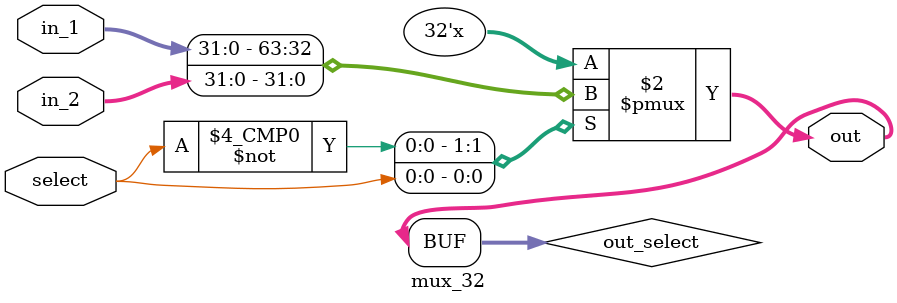
<source format=v>
module mux_32(
  output [31:0] out,
  input [31:0] in_1, in_2,
  input select
);
  reg [31:0] out_select;
  assign out = out_select;
  always@(*) begin
	case(select) 
		1'b0: out_select = in_1;
		1'b1: out_select = in_2;
	endcase
  end	
 
endmodule 
</source>
